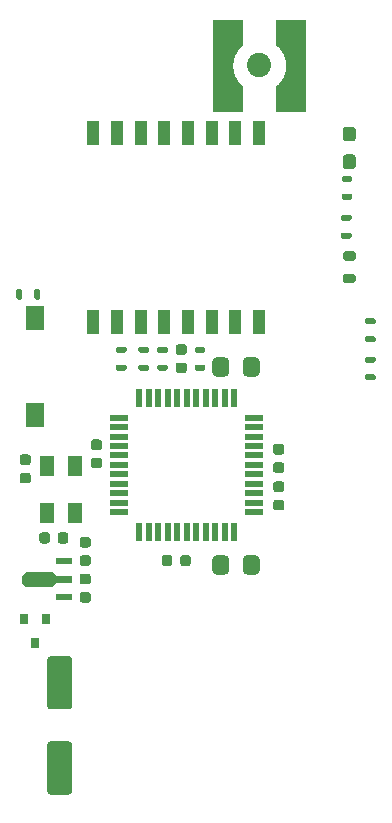
<source format=gbr>
%TF.GenerationSoftware,KiCad,Pcbnew,(5.1.10-1-10_14)*%
%TF.CreationDate,2021-08-31T00:30:18+02:00*%
%TF.ProjectId,mfm-v3-smd,6d666d2d-7633-42d7-936d-642e6b696361,rev?*%
%TF.SameCoordinates,Original*%
%TF.FileFunction,Paste,Top*%
%TF.FilePolarity,Positive*%
%FSLAX46Y46*%
G04 Gerber Fmt 4.6, Leading zero omitted, Abs format (unit mm)*
G04 Created by KiCad (PCBNEW (5.1.10-1-10_14)) date 2021-08-31 00:30:18*
%MOMM*%
%LPD*%
G01*
G04 APERTURE LIST*
%ADD10C,0.010000*%
%ADD11C,2.050000*%
%ADD12R,0.800000X0.900000*%
%ADD13R,1.500000X0.550000*%
%ADD14R,0.550000X1.500000*%
%ADD15R,1.500000X2.000000*%
%ADD16R,1.200000X1.800000*%
%ADD17R,1.400000X0.480000*%
%ADD18C,0.100000*%
%ADD19R,1.000000X2.000000*%
G04 APERTURE END LIST*
D10*
%TO.C,J11*%
G36*
X41247200Y-80257500D02*
G01*
X43687200Y-80257500D01*
X43687200Y-88017500D01*
X41247200Y-88017500D01*
X41247200Y-85907500D01*
X41310269Y-85853368D01*
X41359980Y-85807817D01*
X41408344Y-85760839D01*
X41455321Y-85712475D01*
X41500872Y-85662765D01*
X41544958Y-85611751D01*
X41587541Y-85559477D01*
X41628586Y-85505986D01*
X41668058Y-85451324D01*
X41705923Y-85395537D01*
X41742150Y-85338672D01*
X41776708Y-85280778D01*
X41809567Y-85221903D01*
X41840700Y-85162097D01*
X41870080Y-85101412D01*
X41897683Y-85039897D01*
X41923485Y-84977605D01*
X41947464Y-84914590D01*
X41969601Y-84850904D01*
X41989875Y-84786600D01*
X42008271Y-84721735D01*
X42024773Y-84656361D01*
X42039366Y-84590536D01*
X42052038Y-84524313D01*
X42062779Y-84457751D01*
X42071580Y-84390904D01*
X42078433Y-84323829D01*
X42083332Y-84256583D01*
X42086273Y-84189224D01*
X42087200Y-84137500D01*
X42086273Y-84085776D01*
X42083332Y-84018417D01*
X42078433Y-83951171D01*
X42071580Y-83884096D01*
X42062779Y-83817249D01*
X42052038Y-83750687D01*
X42039366Y-83684464D01*
X42024773Y-83618639D01*
X42008271Y-83553265D01*
X41989875Y-83488400D01*
X41969601Y-83424096D01*
X41947464Y-83360410D01*
X41923485Y-83297395D01*
X41897683Y-83235103D01*
X41870080Y-83173588D01*
X41840700Y-83112903D01*
X41809567Y-83053097D01*
X41776708Y-82994222D01*
X41742150Y-82936328D01*
X41705923Y-82879463D01*
X41668058Y-82823676D01*
X41628586Y-82769014D01*
X41587541Y-82715523D01*
X41544958Y-82663249D01*
X41500872Y-82612235D01*
X41455321Y-82562525D01*
X41408344Y-82514161D01*
X41359980Y-82467183D01*
X41310269Y-82421632D01*
X41247200Y-82367500D01*
X41247200Y-80257500D01*
G37*
X41247200Y-80257500D02*
X43687200Y-80257500D01*
X43687200Y-88017500D01*
X41247200Y-88017500D01*
X41247200Y-85907500D01*
X41310269Y-85853368D01*
X41359980Y-85807817D01*
X41408344Y-85760839D01*
X41455321Y-85712475D01*
X41500872Y-85662765D01*
X41544958Y-85611751D01*
X41587541Y-85559477D01*
X41628586Y-85505986D01*
X41668058Y-85451324D01*
X41705923Y-85395537D01*
X41742150Y-85338672D01*
X41776708Y-85280778D01*
X41809567Y-85221903D01*
X41840700Y-85162097D01*
X41870080Y-85101412D01*
X41897683Y-85039897D01*
X41923485Y-84977605D01*
X41947464Y-84914590D01*
X41969601Y-84850904D01*
X41989875Y-84786600D01*
X42008271Y-84721735D01*
X42024773Y-84656361D01*
X42039366Y-84590536D01*
X42052038Y-84524313D01*
X42062779Y-84457751D01*
X42071580Y-84390904D01*
X42078433Y-84323829D01*
X42083332Y-84256583D01*
X42086273Y-84189224D01*
X42087200Y-84137500D01*
X42086273Y-84085776D01*
X42083332Y-84018417D01*
X42078433Y-83951171D01*
X42071580Y-83884096D01*
X42062779Y-83817249D01*
X42052038Y-83750687D01*
X42039366Y-83684464D01*
X42024773Y-83618639D01*
X42008271Y-83553265D01*
X41989875Y-83488400D01*
X41969601Y-83424096D01*
X41947464Y-83360410D01*
X41923485Y-83297395D01*
X41897683Y-83235103D01*
X41870080Y-83173588D01*
X41840700Y-83112903D01*
X41809567Y-83053097D01*
X41776708Y-82994222D01*
X41742150Y-82936328D01*
X41705923Y-82879463D01*
X41668058Y-82823676D01*
X41628586Y-82769014D01*
X41587541Y-82715523D01*
X41544958Y-82663249D01*
X41500872Y-82612235D01*
X41455321Y-82562525D01*
X41408344Y-82514161D01*
X41359980Y-82467183D01*
X41310269Y-82421632D01*
X41247200Y-82367500D01*
X41247200Y-80257500D01*
G36*
X38367200Y-80257500D02*
G01*
X35927200Y-80257500D01*
X35927200Y-88017500D01*
X38367200Y-88017500D01*
X38367200Y-85907500D01*
X38304131Y-85853368D01*
X38254420Y-85807817D01*
X38206056Y-85760839D01*
X38159079Y-85712475D01*
X38113528Y-85662765D01*
X38069442Y-85611751D01*
X38026859Y-85559477D01*
X37985814Y-85505986D01*
X37946342Y-85451324D01*
X37908477Y-85395537D01*
X37872250Y-85338672D01*
X37837692Y-85280778D01*
X37804833Y-85221903D01*
X37773700Y-85162097D01*
X37744320Y-85101412D01*
X37716717Y-85039897D01*
X37690915Y-84977605D01*
X37666936Y-84914590D01*
X37644799Y-84850904D01*
X37624525Y-84786600D01*
X37606129Y-84721735D01*
X37589627Y-84656361D01*
X37575034Y-84590536D01*
X37562362Y-84524313D01*
X37551621Y-84457751D01*
X37542820Y-84390904D01*
X37535967Y-84323829D01*
X37531068Y-84256583D01*
X37528127Y-84189224D01*
X37527200Y-84137500D01*
X37528127Y-84085776D01*
X37531068Y-84018417D01*
X37535967Y-83951171D01*
X37542820Y-83884096D01*
X37551621Y-83817249D01*
X37562362Y-83750687D01*
X37575034Y-83684464D01*
X37589627Y-83618639D01*
X37606129Y-83553265D01*
X37624525Y-83488400D01*
X37644799Y-83424096D01*
X37666936Y-83360410D01*
X37690915Y-83297395D01*
X37716717Y-83235103D01*
X37744320Y-83173588D01*
X37773700Y-83112903D01*
X37804833Y-83053097D01*
X37837692Y-82994222D01*
X37872250Y-82936328D01*
X37908477Y-82879463D01*
X37946342Y-82823676D01*
X37985814Y-82769014D01*
X38026859Y-82715523D01*
X38069442Y-82663249D01*
X38113528Y-82612235D01*
X38159079Y-82562525D01*
X38206056Y-82514161D01*
X38254420Y-82467183D01*
X38304131Y-82421632D01*
X38367200Y-82367500D01*
X38367200Y-80257500D01*
G37*
X38367200Y-80257500D02*
X35927200Y-80257500D01*
X35927200Y-88017500D01*
X38367200Y-88017500D01*
X38367200Y-85907500D01*
X38304131Y-85853368D01*
X38254420Y-85807817D01*
X38206056Y-85760839D01*
X38159079Y-85712475D01*
X38113528Y-85662765D01*
X38069442Y-85611751D01*
X38026859Y-85559477D01*
X37985814Y-85505986D01*
X37946342Y-85451324D01*
X37908477Y-85395537D01*
X37872250Y-85338672D01*
X37837692Y-85280778D01*
X37804833Y-85221903D01*
X37773700Y-85162097D01*
X37744320Y-85101412D01*
X37716717Y-85039897D01*
X37690915Y-84977605D01*
X37666936Y-84914590D01*
X37644799Y-84850904D01*
X37624525Y-84786600D01*
X37606129Y-84721735D01*
X37589627Y-84656361D01*
X37575034Y-84590536D01*
X37562362Y-84524313D01*
X37551621Y-84457751D01*
X37542820Y-84390904D01*
X37535967Y-84323829D01*
X37531068Y-84256583D01*
X37528127Y-84189224D01*
X37527200Y-84137500D01*
X37528127Y-84085776D01*
X37531068Y-84018417D01*
X37535967Y-83951171D01*
X37542820Y-83884096D01*
X37551621Y-83817249D01*
X37562362Y-83750687D01*
X37575034Y-83684464D01*
X37589627Y-83618639D01*
X37606129Y-83553265D01*
X37624525Y-83488400D01*
X37644799Y-83424096D01*
X37666936Y-83360410D01*
X37690915Y-83297395D01*
X37716717Y-83235103D01*
X37744320Y-83173588D01*
X37773700Y-83112903D01*
X37804833Y-83053097D01*
X37837692Y-82994222D01*
X37872250Y-82936328D01*
X37908477Y-82879463D01*
X37946342Y-82823676D01*
X37985814Y-82769014D01*
X38026859Y-82715523D01*
X38069442Y-82663249D01*
X38113528Y-82612235D01*
X38159079Y-82562525D01*
X38206056Y-82514161D01*
X38254420Y-82467183D01*
X38304131Y-82421632D01*
X38367200Y-82367500D01*
X38367200Y-80257500D01*
%TD*%
%TO.C,C10*%
G36*
G01*
X38446000Y-126903500D02*
X38446000Y-125953500D01*
G75*
G02*
X38796000Y-125603500I350000J0D01*
G01*
X39496000Y-125603500D01*
G75*
G02*
X39846000Y-125953500I0J-350000D01*
G01*
X39846000Y-126903500D01*
G75*
G02*
X39496000Y-127253500I-350000J0D01*
G01*
X38796000Y-127253500D01*
G75*
G02*
X38446000Y-126903500I0J350000D01*
G01*
G37*
G36*
G01*
X35846000Y-126903500D02*
X35846000Y-125953500D01*
G75*
G02*
X36196000Y-125603500I350000J0D01*
G01*
X36896000Y-125603500D01*
G75*
G02*
X37246000Y-125953500I0J-350000D01*
G01*
X37246000Y-126903500D01*
G75*
G02*
X36896000Y-127253500I-350000J0D01*
G01*
X36196000Y-127253500D01*
G75*
G02*
X35846000Y-126903500I0J350000D01*
G01*
G37*
%TD*%
%TO.C,C5*%
G36*
G01*
X37246000Y-109189500D02*
X37246000Y-110139500D01*
G75*
G02*
X36896000Y-110489500I-350000J0D01*
G01*
X36196000Y-110489500D01*
G75*
G02*
X35846000Y-110139500I0J350000D01*
G01*
X35846000Y-109189500D01*
G75*
G02*
X36196000Y-108839500I350000J0D01*
G01*
X36896000Y-108839500D01*
G75*
G02*
X37246000Y-109189500I0J-350000D01*
G01*
G37*
G36*
G01*
X39846000Y-109189500D02*
X39846000Y-110139500D01*
G75*
G02*
X39496000Y-110489500I-350000J0D01*
G01*
X38796000Y-110489500D01*
G75*
G02*
X38446000Y-110139500I0J350000D01*
G01*
X38446000Y-109189500D01*
G75*
G02*
X38796000Y-108839500I350000J0D01*
G01*
X39496000Y-108839500D01*
G75*
G02*
X39846000Y-109189500I0J-350000D01*
G01*
G37*
%TD*%
%TO.C,R6*%
G36*
G01*
X48887500Y-110291500D02*
X49537500Y-110291500D01*
G75*
G02*
X49662500Y-110416500I0J-125000D01*
G01*
X49662500Y-110666500D01*
G75*
G02*
X49537500Y-110791500I-125000J0D01*
G01*
X48887500Y-110791500D01*
G75*
G02*
X48762500Y-110666500I0J125000D01*
G01*
X48762500Y-110416500D01*
G75*
G02*
X48887500Y-110291500I125000J0D01*
G01*
G37*
G36*
G01*
X48887500Y-108791500D02*
X49537500Y-108791500D01*
G75*
G02*
X49662500Y-108916500I0J-125000D01*
G01*
X49662500Y-109166500D01*
G75*
G02*
X49537500Y-109291500I-125000J0D01*
G01*
X48887500Y-109291500D01*
G75*
G02*
X48762500Y-109166500I0J125000D01*
G01*
X48762500Y-108916500D01*
G75*
G02*
X48887500Y-108791500I125000J0D01*
G01*
G37*
%TD*%
%TO.C,R3*%
G36*
G01*
X34473000Y-107966000D02*
X35123000Y-107966000D01*
G75*
G02*
X35248000Y-108091000I0J-125000D01*
G01*
X35248000Y-108341000D01*
G75*
G02*
X35123000Y-108466000I-125000J0D01*
G01*
X34473000Y-108466000D01*
G75*
G02*
X34348000Y-108341000I0J125000D01*
G01*
X34348000Y-108091000D01*
G75*
G02*
X34473000Y-107966000I125000J0D01*
G01*
G37*
G36*
G01*
X34473000Y-109466000D02*
X35123000Y-109466000D01*
G75*
G02*
X35248000Y-109591000I0J-125000D01*
G01*
X35248000Y-109841000D01*
G75*
G02*
X35123000Y-109966000I-125000J0D01*
G01*
X34473000Y-109966000D01*
G75*
G02*
X34348000Y-109841000I0J125000D01*
G01*
X34348000Y-109591000D01*
G75*
G02*
X34473000Y-109466000I125000J0D01*
G01*
G37*
%TD*%
D11*
%TO.C,J11*%
X39807200Y-84137500D03*
%TD*%
D12*
%TO.C,Q1*%
X20828000Y-133016500D03*
X19878000Y-131016500D03*
X21778000Y-131016500D03*
%TD*%
%TO.C,C7*%
G36*
G01*
X22740500Y-124392500D02*
X22740500Y-123892500D01*
G75*
G02*
X22965500Y-123667500I225000J0D01*
G01*
X23415500Y-123667500D01*
G75*
G02*
X23640500Y-123892500I0J-225000D01*
G01*
X23640500Y-124392500D01*
G75*
G02*
X23415500Y-124617500I-225000J0D01*
G01*
X22965500Y-124617500D01*
G75*
G02*
X22740500Y-124392500I0J225000D01*
G01*
G37*
G36*
G01*
X21190500Y-124392500D02*
X21190500Y-123892500D01*
G75*
G02*
X21415500Y-123667500I225000J0D01*
G01*
X21865500Y-123667500D01*
G75*
G02*
X22090500Y-123892500I0J-225000D01*
G01*
X22090500Y-124392500D01*
G75*
G02*
X21865500Y-124617500I-225000J0D01*
G01*
X21415500Y-124617500D01*
G75*
G02*
X21190500Y-124392500I0J225000D01*
G01*
G37*
%TD*%
D13*
%TO.C,U3*%
X27975000Y-113956500D03*
X27975000Y-114756500D03*
X27975000Y-115556500D03*
X27975000Y-116356500D03*
X27975000Y-117156500D03*
X27975000Y-117956500D03*
X27975000Y-118756500D03*
X27975000Y-119556500D03*
X27975000Y-120356500D03*
X27975000Y-121156500D03*
X27975000Y-121956500D03*
D14*
X29675000Y-123656500D03*
X30475000Y-123656500D03*
X31275000Y-123656500D03*
X32075000Y-123656500D03*
X32875000Y-123656500D03*
X33675000Y-123656500D03*
X34475000Y-123656500D03*
X35275000Y-123656500D03*
X36075000Y-123656500D03*
X36875000Y-123656500D03*
X37675000Y-123656500D03*
D13*
X39375000Y-121956500D03*
X39375000Y-121156500D03*
X39375000Y-120356500D03*
X39375000Y-119556500D03*
X39375000Y-118756500D03*
X39375000Y-117956500D03*
X39375000Y-117156500D03*
X39375000Y-116356500D03*
X39375000Y-115556500D03*
X39375000Y-114756500D03*
X39375000Y-113956500D03*
D14*
X37675000Y-112256500D03*
X36875000Y-112256500D03*
X36075000Y-112256500D03*
X35275000Y-112256500D03*
X34475000Y-112256500D03*
X33675000Y-112256500D03*
X32875000Y-112256500D03*
X32075000Y-112256500D03*
X31275000Y-112256500D03*
X30475000Y-112256500D03*
X29675000Y-112256500D03*
%TD*%
%TO.C,C11*%
G36*
G01*
X41702500Y-118636500D02*
X41202500Y-118636500D01*
G75*
G02*
X40977500Y-118411500I0J225000D01*
G01*
X40977500Y-117961500D01*
G75*
G02*
X41202500Y-117736500I225000J0D01*
G01*
X41702500Y-117736500D01*
G75*
G02*
X41927500Y-117961500I0J-225000D01*
G01*
X41927500Y-118411500D01*
G75*
G02*
X41702500Y-118636500I-225000J0D01*
G01*
G37*
G36*
G01*
X41702500Y-117086500D02*
X41202500Y-117086500D01*
G75*
G02*
X40977500Y-116861500I0J225000D01*
G01*
X40977500Y-116411500D01*
G75*
G02*
X41202500Y-116186500I225000J0D01*
G01*
X41702500Y-116186500D01*
G75*
G02*
X41927500Y-116411500I0J-225000D01*
G01*
X41927500Y-116861500D01*
G75*
G02*
X41702500Y-117086500I-225000J0D01*
G01*
G37*
%TD*%
%TO.C,C9*%
G36*
G01*
X32960500Y-109291000D02*
X33460500Y-109291000D01*
G75*
G02*
X33685500Y-109516000I0J-225000D01*
G01*
X33685500Y-109966000D01*
G75*
G02*
X33460500Y-110191000I-225000J0D01*
G01*
X32960500Y-110191000D01*
G75*
G02*
X32735500Y-109966000I0J225000D01*
G01*
X32735500Y-109516000D01*
G75*
G02*
X32960500Y-109291000I225000J0D01*
G01*
G37*
G36*
G01*
X32960500Y-107741000D02*
X33460500Y-107741000D01*
G75*
G02*
X33685500Y-107966000I0J-225000D01*
G01*
X33685500Y-108416000D01*
G75*
G02*
X33460500Y-108641000I-225000J0D01*
G01*
X32960500Y-108641000D01*
G75*
G02*
X32735500Y-108416000I0J225000D01*
G01*
X32735500Y-107966000D01*
G75*
G02*
X32960500Y-107741000I225000J0D01*
G01*
G37*
%TD*%
%TO.C,C8*%
G36*
G01*
X20252500Y-117975500D02*
X19752500Y-117975500D01*
G75*
G02*
X19527500Y-117750500I0J225000D01*
G01*
X19527500Y-117300500D01*
G75*
G02*
X19752500Y-117075500I225000J0D01*
G01*
X20252500Y-117075500D01*
G75*
G02*
X20477500Y-117300500I0J-225000D01*
G01*
X20477500Y-117750500D01*
G75*
G02*
X20252500Y-117975500I-225000J0D01*
G01*
G37*
G36*
G01*
X20252500Y-119525500D02*
X19752500Y-119525500D01*
G75*
G02*
X19527500Y-119300500I0J225000D01*
G01*
X19527500Y-118850500D01*
G75*
G02*
X19752500Y-118625500I225000J0D01*
G01*
X20252500Y-118625500D01*
G75*
G02*
X20477500Y-118850500I0J-225000D01*
G01*
X20477500Y-119300500D01*
G75*
G02*
X20252500Y-119525500I-225000J0D01*
G01*
G37*
%TD*%
%TO.C,C2*%
G36*
G01*
X24832500Y-125610500D02*
X25332500Y-125610500D01*
G75*
G02*
X25557500Y-125835500I0J-225000D01*
G01*
X25557500Y-126285500D01*
G75*
G02*
X25332500Y-126510500I-225000J0D01*
G01*
X24832500Y-126510500D01*
G75*
G02*
X24607500Y-126285500I0J225000D01*
G01*
X24607500Y-125835500D01*
G75*
G02*
X24832500Y-125610500I225000J0D01*
G01*
G37*
G36*
G01*
X24832500Y-124060500D02*
X25332500Y-124060500D01*
G75*
G02*
X25557500Y-124285500I0J-225000D01*
G01*
X25557500Y-124735500D01*
G75*
G02*
X25332500Y-124960500I-225000J0D01*
G01*
X24832500Y-124960500D01*
G75*
G02*
X24607500Y-124735500I0J225000D01*
G01*
X24607500Y-124285500D01*
G75*
G02*
X24832500Y-124060500I225000J0D01*
G01*
G37*
%TD*%
%TO.C,C1*%
G36*
G01*
X25332500Y-128072000D02*
X24832500Y-128072000D01*
G75*
G02*
X24607500Y-127847000I0J225000D01*
G01*
X24607500Y-127397000D01*
G75*
G02*
X24832500Y-127172000I225000J0D01*
G01*
X25332500Y-127172000D01*
G75*
G02*
X25557500Y-127397000I0J-225000D01*
G01*
X25557500Y-127847000D01*
G75*
G02*
X25332500Y-128072000I-225000J0D01*
G01*
G37*
G36*
G01*
X25332500Y-129622000D02*
X24832500Y-129622000D01*
G75*
G02*
X24607500Y-129397000I0J225000D01*
G01*
X24607500Y-128947000D01*
G75*
G02*
X24832500Y-128722000I225000J0D01*
G01*
X25332500Y-128722000D01*
G75*
G02*
X25557500Y-128947000I0J-225000D01*
G01*
X25557500Y-129397000D01*
G75*
G02*
X25332500Y-129622000I-225000J0D01*
G01*
G37*
%TD*%
%TO.C,C3*%
G36*
G01*
X31566400Y-126310200D02*
X31566400Y-125810200D01*
G75*
G02*
X31791400Y-125585200I225000J0D01*
G01*
X32241400Y-125585200D01*
G75*
G02*
X32466400Y-125810200I0J-225000D01*
G01*
X32466400Y-126310200D01*
G75*
G02*
X32241400Y-126535200I-225000J0D01*
G01*
X31791400Y-126535200D01*
G75*
G02*
X31566400Y-126310200I0J225000D01*
G01*
G37*
G36*
G01*
X33116400Y-126310200D02*
X33116400Y-125810200D01*
G75*
G02*
X33341400Y-125585200I225000J0D01*
G01*
X33791400Y-125585200D01*
G75*
G02*
X34016400Y-125810200I0J-225000D01*
G01*
X34016400Y-126310200D01*
G75*
G02*
X33791400Y-126535200I-225000J0D01*
G01*
X33341400Y-126535200D01*
G75*
G02*
X33116400Y-126310200I0J225000D01*
G01*
G37*
%TD*%
%TO.C,C4*%
G36*
G01*
X26285000Y-116705500D02*
X25785000Y-116705500D01*
G75*
G02*
X25560000Y-116480500I0J225000D01*
G01*
X25560000Y-116030500D01*
G75*
G02*
X25785000Y-115805500I225000J0D01*
G01*
X26285000Y-115805500D01*
G75*
G02*
X26510000Y-116030500I0J-225000D01*
G01*
X26510000Y-116480500D01*
G75*
G02*
X26285000Y-116705500I-225000J0D01*
G01*
G37*
G36*
G01*
X26285000Y-118255500D02*
X25785000Y-118255500D01*
G75*
G02*
X25560000Y-118030500I0J225000D01*
G01*
X25560000Y-117580500D01*
G75*
G02*
X25785000Y-117355500I225000J0D01*
G01*
X26285000Y-117355500D01*
G75*
G02*
X26510000Y-117580500I0J-225000D01*
G01*
X26510000Y-118030500D01*
G75*
G02*
X26285000Y-118255500I-225000J0D01*
G01*
G37*
%TD*%
%TO.C,C6*%
G36*
G01*
X41715500Y-121811500D02*
X41215500Y-121811500D01*
G75*
G02*
X40990500Y-121586500I0J225000D01*
G01*
X40990500Y-121136500D01*
G75*
G02*
X41215500Y-120911500I225000J0D01*
G01*
X41715500Y-120911500D01*
G75*
G02*
X41940500Y-121136500I0J-225000D01*
G01*
X41940500Y-121586500D01*
G75*
G02*
X41715500Y-121811500I-225000J0D01*
G01*
G37*
G36*
G01*
X41715500Y-120261500D02*
X41215500Y-120261500D01*
G75*
G02*
X40990500Y-120036500I0J225000D01*
G01*
X40990500Y-119586500D01*
G75*
G02*
X41215500Y-119361500I225000J0D01*
G01*
X41715500Y-119361500D01*
G75*
G02*
X41940500Y-119586500I0J-225000D01*
G01*
X41940500Y-120036500D01*
G75*
G02*
X41715500Y-120261500I-225000J0D01*
G01*
G37*
%TD*%
%TO.C,C12*%
G36*
G01*
X22123499Y-134167500D02*
X23723501Y-134167500D01*
G75*
G02*
X23973500Y-134417499I0J-249999D01*
G01*
X23973500Y-138417501D01*
G75*
G02*
X23723501Y-138667500I-249999J0D01*
G01*
X22123499Y-138667500D01*
G75*
G02*
X21873500Y-138417501I0J249999D01*
G01*
X21873500Y-134417499D01*
G75*
G02*
X22123499Y-134167500I249999J0D01*
G01*
G37*
G36*
G01*
X22123499Y-141367500D02*
X23723501Y-141367500D01*
G75*
G02*
X23973500Y-141617499I0J-249999D01*
G01*
X23973500Y-145617501D01*
G75*
G02*
X23723501Y-145867500I-249999J0D01*
G01*
X22123499Y-145867500D01*
G75*
G02*
X21873500Y-145617501I0J249999D01*
G01*
X21873500Y-141617499D01*
G75*
G02*
X22123499Y-141367500I249999J0D01*
G01*
G37*
%TD*%
D15*
%TO.C,SW2*%
X20828000Y-105501000D03*
X20828000Y-113701000D03*
%TD*%
D16*
%TO.C,Y1*%
X24250500Y-122015000D03*
X24250500Y-118015000D03*
X21850500Y-118015000D03*
X21850500Y-122015000D03*
%TD*%
%TO.C,D1*%
G36*
G01*
X47159500Y-89322500D02*
X47709500Y-89322500D01*
G75*
G02*
X47984500Y-89597500I0J-275000D01*
G01*
X47984500Y-90297500D01*
G75*
G02*
X47709500Y-90572500I-275000J0D01*
G01*
X47159500Y-90572500D01*
G75*
G02*
X46884500Y-90297500I0J275000D01*
G01*
X46884500Y-89597500D01*
G75*
G02*
X47159500Y-89322500I275000J0D01*
G01*
G37*
G36*
G01*
X47159500Y-91672500D02*
X47709500Y-91672500D01*
G75*
G02*
X47984500Y-91947500I0J-275000D01*
G01*
X47984500Y-92647500D01*
G75*
G02*
X47709500Y-92922500I-275000J0D01*
G01*
X47159500Y-92922500D01*
G75*
G02*
X46884500Y-92647500I0J275000D01*
G01*
X46884500Y-91947500D01*
G75*
G02*
X47159500Y-91672500I275000J0D01*
G01*
G37*
%TD*%
%TO.C,D2*%
G36*
G01*
X47784500Y-102569000D02*
X47084500Y-102569000D01*
G75*
G02*
X46884500Y-102369000I0J200000D01*
G01*
X46884500Y-101969000D01*
G75*
G02*
X47084500Y-101769000I200000J0D01*
G01*
X47784500Y-101769000D01*
G75*
G02*
X47984500Y-101969000I0J-200000D01*
G01*
X47984500Y-102369000D01*
G75*
G02*
X47784500Y-102569000I-200000J0D01*
G01*
G37*
G36*
G01*
X47784500Y-100669000D02*
X47084500Y-100669000D01*
G75*
G02*
X46884500Y-100469000I0J200000D01*
G01*
X46884500Y-100069000D01*
G75*
G02*
X47084500Y-99869000I200000J0D01*
G01*
X47784500Y-99869000D01*
G75*
G02*
X47984500Y-100069000I0J-200000D01*
G01*
X47984500Y-100469000D01*
G75*
G02*
X47784500Y-100669000I-200000J0D01*
G01*
G37*
%TD*%
%TO.C,R1*%
G36*
G01*
X47569000Y-95488000D02*
X46919000Y-95488000D01*
G75*
G02*
X46794000Y-95363000I0J125000D01*
G01*
X46794000Y-95113000D01*
G75*
G02*
X46919000Y-94988000I125000J0D01*
G01*
X47569000Y-94988000D01*
G75*
G02*
X47694000Y-95113000I0J-125000D01*
G01*
X47694000Y-95363000D01*
G75*
G02*
X47569000Y-95488000I-125000J0D01*
G01*
G37*
G36*
G01*
X47569000Y-93988000D02*
X46919000Y-93988000D01*
G75*
G02*
X46794000Y-93863000I0J125000D01*
G01*
X46794000Y-93613000D01*
G75*
G02*
X46919000Y-93488000I125000J0D01*
G01*
X47569000Y-93488000D01*
G75*
G02*
X47694000Y-93613000I0J-125000D01*
G01*
X47694000Y-93863000D01*
G75*
G02*
X47569000Y-93988000I-125000J0D01*
G01*
G37*
%TD*%
%TO.C,R2*%
G36*
G01*
X46855500Y-98290000D02*
X47505500Y-98290000D01*
G75*
G02*
X47630500Y-98415000I0J-125000D01*
G01*
X47630500Y-98665000D01*
G75*
G02*
X47505500Y-98790000I-125000J0D01*
G01*
X46855500Y-98790000D01*
G75*
G02*
X46730500Y-98665000I0J125000D01*
G01*
X46730500Y-98415000D01*
G75*
G02*
X46855500Y-98290000I125000J0D01*
G01*
G37*
G36*
G01*
X46855500Y-96790000D02*
X47505500Y-96790000D01*
G75*
G02*
X47630500Y-96915000I0J-125000D01*
G01*
X47630500Y-97165000D01*
G75*
G02*
X47505500Y-97290000I-125000J0D01*
G01*
X46855500Y-97290000D01*
G75*
G02*
X46730500Y-97165000I0J125000D01*
G01*
X46730500Y-96915000D01*
G75*
G02*
X46855500Y-96790000I125000J0D01*
G01*
G37*
%TD*%
%TO.C,R4*%
G36*
G01*
X19756500Y-103180000D02*
X19756500Y-103830000D01*
G75*
G02*
X19631500Y-103955000I-125000J0D01*
G01*
X19381500Y-103955000D01*
G75*
G02*
X19256500Y-103830000I0J125000D01*
G01*
X19256500Y-103180000D01*
G75*
G02*
X19381500Y-103055000I125000J0D01*
G01*
X19631500Y-103055000D01*
G75*
G02*
X19756500Y-103180000I0J-125000D01*
G01*
G37*
G36*
G01*
X21256500Y-103180000D02*
X21256500Y-103830000D01*
G75*
G02*
X21131500Y-103955000I-125000J0D01*
G01*
X20881500Y-103955000D01*
G75*
G02*
X20756500Y-103830000I0J125000D01*
G01*
X20756500Y-103180000D01*
G75*
G02*
X20881500Y-103055000I125000J0D01*
G01*
X21131500Y-103055000D01*
G75*
G02*
X21256500Y-103180000I0J-125000D01*
G01*
G37*
%TD*%
%TO.C,R5*%
G36*
G01*
X31948000Y-109966000D02*
X31298000Y-109966000D01*
G75*
G02*
X31173000Y-109841000I0J125000D01*
G01*
X31173000Y-109591000D01*
G75*
G02*
X31298000Y-109466000I125000J0D01*
G01*
X31948000Y-109466000D01*
G75*
G02*
X32073000Y-109591000I0J-125000D01*
G01*
X32073000Y-109841000D01*
G75*
G02*
X31948000Y-109966000I-125000J0D01*
G01*
G37*
G36*
G01*
X31948000Y-108466000D02*
X31298000Y-108466000D01*
G75*
G02*
X31173000Y-108341000I0J125000D01*
G01*
X31173000Y-108091000D01*
G75*
G02*
X31298000Y-107966000I125000J0D01*
G01*
X31948000Y-107966000D01*
G75*
G02*
X32073000Y-108091000I0J-125000D01*
G01*
X32073000Y-108341000D01*
G75*
G02*
X31948000Y-108466000I-125000J0D01*
G01*
G37*
%TD*%
%TO.C,R7*%
G36*
G01*
X30360500Y-109966000D02*
X29710500Y-109966000D01*
G75*
G02*
X29585500Y-109841000I0J125000D01*
G01*
X29585500Y-109591000D01*
G75*
G02*
X29710500Y-109466000I125000J0D01*
G01*
X30360500Y-109466000D01*
G75*
G02*
X30485500Y-109591000I0J-125000D01*
G01*
X30485500Y-109841000D01*
G75*
G02*
X30360500Y-109966000I-125000J0D01*
G01*
G37*
G36*
G01*
X30360500Y-108466000D02*
X29710500Y-108466000D01*
G75*
G02*
X29585500Y-108341000I0J125000D01*
G01*
X29585500Y-108091000D01*
G75*
G02*
X29710500Y-107966000I125000J0D01*
G01*
X30360500Y-107966000D01*
G75*
G02*
X30485500Y-108091000I0J-125000D01*
G01*
X30485500Y-108341000D01*
G75*
G02*
X30360500Y-108466000I-125000J0D01*
G01*
G37*
%TD*%
%TO.C,R8*%
G36*
G01*
X28455500Y-108466000D02*
X27805500Y-108466000D01*
G75*
G02*
X27680500Y-108341000I0J125000D01*
G01*
X27680500Y-108091000D01*
G75*
G02*
X27805500Y-107966000I125000J0D01*
G01*
X28455500Y-107966000D01*
G75*
G02*
X28580500Y-108091000I0J-125000D01*
G01*
X28580500Y-108341000D01*
G75*
G02*
X28455500Y-108466000I-125000J0D01*
G01*
G37*
G36*
G01*
X28455500Y-109966000D02*
X27805500Y-109966000D01*
G75*
G02*
X27680500Y-109841000I0J125000D01*
G01*
X27680500Y-109591000D01*
G75*
G02*
X27805500Y-109466000I125000J0D01*
G01*
X28455500Y-109466000D01*
G75*
G02*
X28580500Y-109591000I0J-125000D01*
G01*
X28580500Y-109841000D01*
G75*
G02*
X28455500Y-109966000I-125000J0D01*
G01*
G37*
%TD*%
%TO.C,R9*%
G36*
G01*
X48887500Y-105552500D02*
X49537500Y-105552500D01*
G75*
G02*
X49662500Y-105677500I0J-125000D01*
G01*
X49662500Y-105927500D01*
G75*
G02*
X49537500Y-106052500I-125000J0D01*
G01*
X48887500Y-106052500D01*
G75*
G02*
X48762500Y-105927500I0J125000D01*
G01*
X48762500Y-105677500D01*
G75*
G02*
X48887500Y-105552500I125000J0D01*
G01*
G37*
G36*
G01*
X48887500Y-107052500D02*
X49537500Y-107052500D01*
G75*
G02*
X49662500Y-107177500I0J-125000D01*
G01*
X49662500Y-107427500D01*
G75*
G02*
X49537500Y-107552500I-125000J0D01*
G01*
X48887500Y-107552500D01*
G75*
G02*
X48762500Y-107427500I0J125000D01*
G01*
X48762500Y-107177500D01*
G75*
G02*
X48887500Y-107052500I125000J0D01*
G01*
G37*
%TD*%
D17*
%TO.C,U1*%
X23303500Y-129135000D03*
X23303500Y-126135000D03*
D18*
G36*
X20091805Y-128280939D02*
G01*
X20082426Y-128278094D01*
X20073781Y-128273473D01*
X20067229Y-128268251D01*
X19724329Y-127944401D01*
X19717897Y-127937005D01*
X19713031Y-127928496D01*
X19709919Y-127919201D01*
X19708660Y-127908050D01*
X19708660Y-127372110D01*
X19709621Y-127362355D01*
X19712466Y-127352976D01*
X19717087Y-127344331D01*
X19722413Y-127337669D01*
X20037373Y-127006199D01*
X20044789Y-126999789D01*
X20053313Y-126994950D01*
X20062617Y-126991866D01*
X20073620Y-126990640D01*
X22293580Y-126990640D01*
X22303335Y-126991601D01*
X22312714Y-126994446D01*
X22321359Y-126999067D01*
X22328935Y-127005285D01*
X22646435Y-127322785D01*
X22652653Y-127330361D01*
X22657274Y-127339006D01*
X22660119Y-127348385D01*
X22660771Y-127355000D01*
X24003500Y-127355000D01*
X24003500Y-127915000D01*
X22660536Y-127915000D01*
X22660249Y-127918399D01*
X22657533Y-127927817D01*
X22653032Y-127936524D01*
X22647138Y-127943958D01*
X22337258Y-128266538D01*
X22329808Y-128272907D01*
X22321258Y-128277701D01*
X22311937Y-128280734D01*
X22301200Y-128281900D01*
X20101560Y-128281900D01*
X20091805Y-128280939D01*
G37*
%TD*%
D19*
%TO.C,U2*%
X25781800Y-105895200D03*
X27781800Y-105895200D03*
X29781800Y-105895200D03*
X31781800Y-105895200D03*
X33781800Y-105895200D03*
X35781800Y-105895200D03*
X37781800Y-105895200D03*
X39781800Y-105895200D03*
X39781800Y-89895200D03*
X37781800Y-89895200D03*
X35781800Y-89895200D03*
X33781800Y-89895200D03*
X31781800Y-89895200D03*
X29781800Y-89895200D03*
X27781800Y-89895200D03*
X25781800Y-89895200D03*
%TD*%
M02*

</source>
